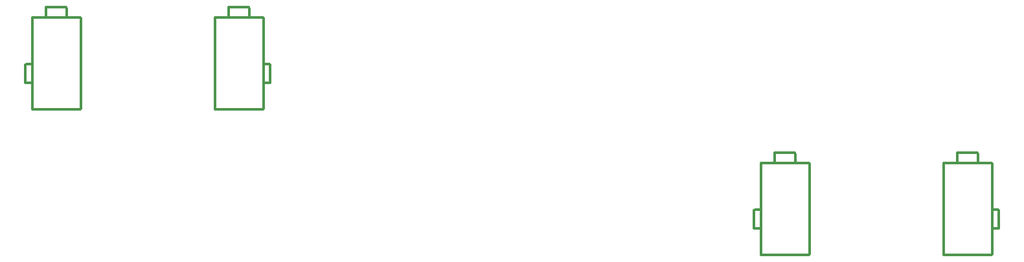
<source format=gbs>
G04 #@! TF.GenerationSoftware,KiCad,Pcbnew,(5.1.10-1-10_14)*
G04 #@! TF.CreationDate,2021-10-04T21:46:41+10:00*
G04 #@! TF.ProjectId,WTL-Split-Plates-Left,57544c2d-5370-46c6-9974-2d506c617465,rev?*
G04 #@! TF.SameCoordinates,Original*
G04 #@! TF.FileFunction,Soldermask,Bot*
G04 #@! TF.FilePolarity,Negative*
%FSLAX46Y46*%
G04 Gerber Fmt 4.6, Leading zero omitted, Abs format (unit mm)*
G04 Created by KiCad (PCBNEW (5.1.10-1-10_14)) date 2021-10-04 21:46:41*
%MOMM*%
%LPD*%
G01*
G04 APERTURE LIST*
%ADD10O,3.048000X0.304800*%
%ADD11O,6.654800X0.304800*%
%ADD12O,0.304800X12.293600*%
%ADD13O,0.304800X2.794000*%
%ADD14O,0.304800X1.473200*%
%ADD15O,1.168400X0.304800*%
G04 APERTURE END LIST*
D10*
X202374500Y-90652600D03*
D11*
X202374500Y-103962200D03*
D12*
X205549500Y-97967800D03*
D11*
X202374500Y-91973400D03*
D12*
X199199500Y-97967800D03*
D13*
X198335900Y-99314000D03*
D14*
X203746100Y-91313000D03*
D15*
X198767700Y-100558600D03*
D14*
X201002900Y-91313000D03*
D15*
X198767700Y-98069400D03*
D11*
X226250500Y-103962200D03*
D15*
X229857300Y-100558600D03*
D13*
X230289100Y-99314000D03*
D12*
X229425500Y-97967800D03*
X223075500Y-97967800D03*
D11*
X226250500Y-91973400D03*
D15*
X229857300Y-98069400D03*
D14*
X227622100Y-91313000D03*
X224878900Y-91313000D03*
D10*
X226250500Y-90652600D03*
X131000500Y-71602600D03*
D14*
X129628900Y-72263000D03*
X132372100Y-72263000D03*
D15*
X134607300Y-79019400D03*
D11*
X131000500Y-72923400D03*
D12*
X127825500Y-78917800D03*
X134175500Y-78917800D03*
D13*
X135039100Y-80264000D03*
D15*
X134607300Y-81508600D03*
D11*
X131000500Y-84912200D03*
D15*
X103517700Y-79019400D03*
D14*
X105752900Y-72263000D03*
D15*
X103517700Y-81508600D03*
D14*
X108496100Y-72263000D03*
D13*
X103085900Y-80264000D03*
D12*
X103949500Y-78917800D03*
D11*
X107124500Y-72923400D03*
D12*
X110299500Y-78917800D03*
D11*
X107124500Y-84912200D03*
D10*
X107124500Y-71602600D03*
M02*

</source>
